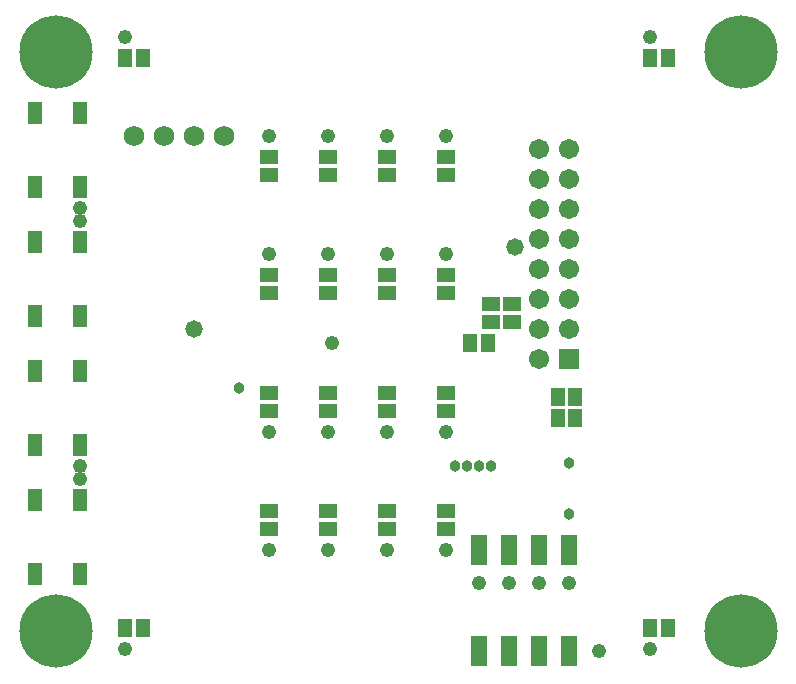
<source format=gts>
G04 Layer_Color=8388736*
%FSLAX25Y25*%
%MOIN*%
G70*
G01*
G75*
%ADD32R,0.04737X0.07493*%
%ADD33R,0.05249X0.10406*%
%ADD34R,0.06312X0.05131*%
%ADD35R,0.05131X0.06312*%
%ADD36C,0.24409*%
%ADD37C,0.06800*%
%ADD38C,0.06706*%
%ADD39R,0.06706X0.06706*%
%ADD40C,0.05800*%
%ADD41C,0.04800*%
%ADD42C,0.03800*%
D32*
X-77961Y-9236D02*
D03*
Y-34039D02*
D03*
X-63000Y-9236D02*
D03*
Y-34039D02*
D03*
X-77961Y33764D02*
D03*
Y8961D02*
D03*
X-63000Y33764D02*
D03*
Y8961D02*
D03*
X-77961Y-52236D02*
D03*
Y-77039D02*
D03*
X-63000Y-52236D02*
D03*
Y-77039D02*
D03*
X-77961Y76764D02*
D03*
Y51961D02*
D03*
X-63000Y76764D02*
D03*
Y51961D02*
D03*
D33*
X80000Y-69000D02*
D03*
X70000D02*
D03*
X90000D02*
D03*
X100000D02*
D03*
X70000Y-102858D02*
D03*
X80000D02*
D03*
X90000D02*
D03*
X100000D02*
D03*
D34*
X59055Y62008D02*
D03*
Y56102D02*
D03*
X39370Y62008D02*
D03*
Y56102D02*
D03*
X19685Y62008D02*
D03*
Y56102D02*
D03*
X0Y62008D02*
D03*
Y56102D02*
D03*
X19685Y22638D02*
D03*
Y16732D02*
D03*
X39370Y22638D02*
D03*
Y16732D02*
D03*
X59055Y22638D02*
D03*
Y16732D02*
D03*
X0Y22638D02*
D03*
Y16732D02*
D03*
X-0Y-62008D02*
D03*
Y-56102D02*
D03*
X19685Y-62008D02*
D03*
Y-56102D02*
D03*
X59055Y-62008D02*
D03*
Y-56102D02*
D03*
X39370Y-62008D02*
D03*
Y-56102D02*
D03*
X19685Y-22638D02*
D03*
Y-16732D02*
D03*
X59055Y-22638D02*
D03*
Y-16732D02*
D03*
X-0Y-22638D02*
D03*
Y-16732D02*
D03*
X39370Y-22638D02*
D03*
Y-16732D02*
D03*
X81000Y12953D02*
D03*
Y7047D02*
D03*
X74000Y13000D02*
D03*
Y7095D02*
D03*
D35*
X132953Y95000D02*
D03*
X127047D02*
D03*
X132953Y-95000D02*
D03*
X127047D02*
D03*
X-42047Y95000D02*
D03*
X-47953D02*
D03*
X-42047Y-95000D02*
D03*
X-47953D02*
D03*
X96095Y-25000D02*
D03*
X102000D02*
D03*
X96095Y-18000D02*
D03*
X102000D02*
D03*
X72953Y-0D02*
D03*
X67047D02*
D03*
D36*
X-71220Y96850D02*
D03*
X157126D02*
D03*
Y-96063D02*
D03*
X-71220D02*
D03*
D37*
X-15000Y68898D02*
D03*
X-25000D02*
D03*
X-35000D02*
D03*
X-45000D02*
D03*
D38*
X90000Y64764D02*
D03*
X100000D02*
D03*
X90000Y54764D02*
D03*
X100000D02*
D03*
X90000Y44764D02*
D03*
X100000D02*
D03*
X90000Y34764D02*
D03*
X100000D02*
D03*
X90000Y24764D02*
D03*
X100000D02*
D03*
X90000Y14764D02*
D03*
X100000D02*
D03*
X90000Y4764D02*
D03*
X100000D02*
D03*
X90000Y-5236D02*
D03*
D39*
X100000D02*
D03*
D40*
X-25000Y4764D02*
D03*
X82000Y32000D02*
D03*
D41*
X70000Y-80000D02*
D03*
X80000D02*
D03*
X90000D02*
D03*
X100000D02*
D03*
X-63000Y45000D02*
D03*
Y-41000D02*
D03*
Y-45276D02*
D03*
Y40764D02*
D03*
X59055Y29598D02*
D03*
X0Y68968D02*
D03*
X19685D02*
D03*
X39370D02*
D03*
X59055D02*
D03*
X0Y29598D02*
D03*
X39370D02*
D03*
X19685D02*
D03*
X-0Y-29598D02*
D03*
X19685D02*
D03*
X39370D02*
D03*
X59055D02*
D03*
X-0Y-68968D02*
D03*
X19685D02*
D03*
X39370D02*
D03*
X59055D02*
D03*
X109858Y-102858D02*
D03*
X21000Y0D02*
D03*
X127047Y-101953D02*
D03*
X-47953D02*
D03*
Y101953D02*
D03*
X127047D02*
D03*
D42*
X62000Y-41000D02*
D03*
X70000D02*
D03*
X74000D02*
D03*
X66000D02*
D03*
X-10000Y-15000D02*
D03*
X100000Y-57000D02*
D03*
Y-40000D02*
D03*
M02*

</source>
